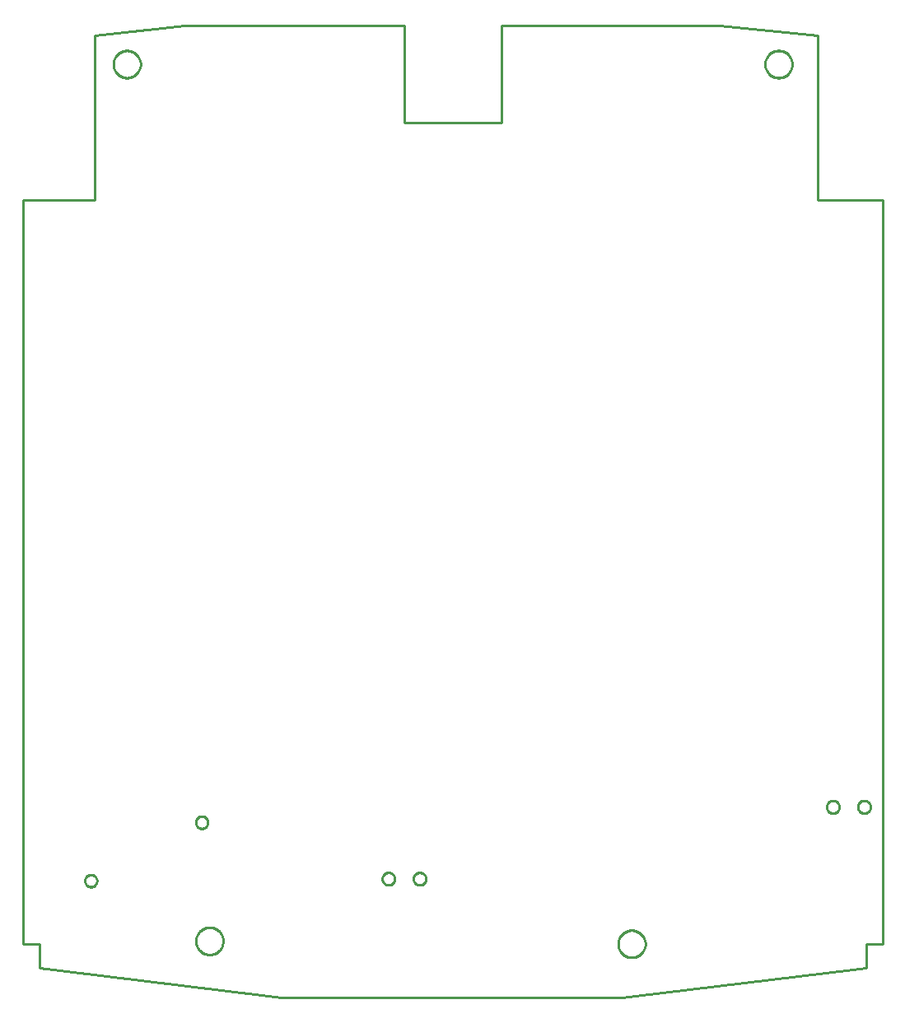
<source format=gbr>
G04 EAGLE Gerber X2 export*
%TF.Part,Single*%
%TF.FileFunction,Profile,NP*%
%TF.FilePolarity,Positive*%
%TF.GenerationSoftware,Autodesk,EAGLE,9.2.0*%
%TF.CreationDate,2018-10-30T13:39:26Z*%
G75*
%MOMM*%
%FSLAX34Y34*%
%LPD*%
%IN*%
%IPPOS*%
%AMOC8*
5,1,8,0,0,1.08239X$1,22.5*%
G01*
%ADD10C,0.254000*%


D10*
X-17000Y55000D02*
X0Y55000D01*
X0Y30000D01*
X249200Y0D01*
X599200Y0D01*
X850000Y30000D01*
X850000Y55000D01*
X867000Y55000D01*
X867000Y820000D01*
X800000Y820000D01*
X800000Y990000D01*
X699200Y1000000D01*
X475000Y1000000D01*
X475000Y900000D01*
X375000Y900000D01*
X375000Y1000000D01*
X149200Y1000000D01*
X57000Y990000D01*
X57000Y820000D01*
X-17000Y820000D01*
X-17000Y55000D01*
X104000Y959500D02*
X103929Y958503D01*
X103786Y957513D01*
X103574Y956536D01*
X103292Y955576D01*
X102943Y954639D01*
X102527Y953729D01*
X102048Y952852D01*
X101507Y952010D01*
X100908Y951210D01*
X100253Y950454D01*
X99546Y949747D01*
X98790Y949092D01*
X97990Y948493D01*
X97148Y947952D01*
X96271Y947473D01*
X95361Y947057D01*
X94424Y946708D01*
X93465Y946426D01*
X92487Y946214D01*
X91498Y946071D01*
X90500Y946000D01*
X89500Y946000D01*
X88503Y946071D01*
X87513Y946214D01*
X86536Y946426D01*
X85576Y946708D01*
X84639Y947057D01*
X83729Y947473D01*
X82852Y947952D01*
X82010Y948493D01*
X81210Y949092D01*
X80454Y949747D01*
X79747Y950454D01*
X79092Y951210D01*
X78493Y952010D01*
X77952Y952852D01*
X77473Y953729D01*
X77057Y954639D01*
X76708Y955576D01*
X76426Y956536D01*
X76214Y957513D01*
X76071Y958503D01*
X76000Y959500D01*
X76000Y960500D01*
X76071Y961498D01*
X76214Y962487D01*
X76426Y963465D01*
X76708Y964424D01*
X77057Y965361D01*
X77473Y966271D01*
X77952Y967148D01*
X78493Y967990D01*
X79092Y968790D01*
X79747Y969546D01*
X80454Y970253D01*
X81210Y970908D01*
X82010Y971507D01*
X82852Y972048D01*
X83729Y972527D01*
X84639Y972943D01*
X85576Y973292D01*
X86536Y973574D01*
X87513Y973786D01*
X88503Y973929D01*
X89500Y974000D01*
X90500Y974000D01*
X91498Y973929D01*
X92487Y973786D01*
X93465Y973574D01*
X94424Y973292D01*
X95361Y972943D01*
X96271Y972527D01*
X97148Y972048D01*
X97990Y971507D01*
X98790Y970908D01*
X99546Y970253D01*
X100253Y969546D01*
X100908Y968790D01*
X101507Y967990D01*
X102048Y967148D01*
X102527Y966271D01*
X102943Y965361D01*
X103292Y964424D01*
X103574Y963465D01*
X103786Y962487D01*
X103929Y961498D01*
X104000Y960500D01*
X104000Y959500D01*
X774000Y959500D02*
X773929Y958503D01*
X773786Y957513D01*
X773574Y956536D01*
X773292Y955576D01*
X772943Y954639D01*
X772527Y953729D01*
X772048Y952852D01*
X771507Y952010D01*
X770908Y951210D01*
X770253Y950454D01*
X769546Y949747D01*
X768790Y949092D01*
X767990Y948493D01*
X767148Y947952D01*
X766271Y947473D01*
X765361Y947057D01*
X764424Y946708D01*
X763465Y946426D01*
X762487Y946214D01*
X761498Y946071D01*
X760500Y946000D01*
X759500Y946000D01*
X758503Y946071D01*
X757513Y946214D01*
X756536Y946426D01*
X755576Y946708D01*
X754639Y947057D01*
X753729Y947473D01*
X752852Y947952D01*
X752010Y948493D01*
X751210Y949092D01*
X750454Y949747D01*
X749747Y950454D01*
X749092Y951210D01*
X748493Y952010D01*
X747952Y952852D01*
X747473Y953729D01*
X747057Y954639D01*
X746708Y955576D01*
X746426Y956536D01*
X746214Y957513D01*
X746071Y958503D01*
X746000Y959500D01*
X746000Y960500D01*
X746071Y961498D01*
X746214Y962487D01*
X746426Y963465D01*
X746708Y964424D01*
X747057Y965361D01*
X747473Y966271D01*
X747952Y967148D01*
X748493Y967990D01*
X749092Y968790D01*
X749747Y969546D01*
X750454Y970253D01*
X751210Y970908D01*
X752010Y971507D01*
X752852Y972048D01*
X753729Y972527D01*
X754639Y972943D01*
X755576Y973292D01*
X756536Y973574D01*
X757513Y973786D01*
X758503Y973929D01*
X759500Y974000D01*
X760500Y974000D01*
X761498Y973929D01*
X762487Y973786D01*
X763465Y973574D01*
X764424Y973292D01*
X765361Y972943D01*
X766271Y972527D01*
X767148Y972048D01*
X767990Y971507D01*
X768790Y970908D01*
X769546Y970253D01*
X770253Y969546D01*
X770908Y968790D01*
X771507Y967990D01*
X772048Y967148D01*
X772527Y966271D01*
X772943Y965361D01*
X773292Y964424D01*
X773574Y963465D01*
X773786Y962487D01*
X773929Y961498D01*
X774000Y960500D01*
X774000Y959500D01*
X623000Y54500D02*
X622929Y53503D01*
X622786Y52513D01*
X622574Y51536D01*
X622292Y50576D01*
X621943Y49639D01*
X621527Y48729D01*
X621048Y47852D01*
X620507Y47010D01*
X619908Y46210D01*
X619253Y45454D01*
X618546Y44747D01*
X617790Y44092D01*
X616990Y43493D01*
X616148Y42952D01*
X615271Y42473D01*
X614361Y42057D01*
X613424Y41708D01*
X612465Y41426D01*
X611487Y41214D01*
X610498Y41071D01*
X609500Y41000D01*
X608500Y41000D01*
X607503Y41071D01*
X606513Y41214D01*
X605536Y41426D01*
X604576Y41708D01*
X603639Y42057D01*
X602729Y42473D01*
X601852Y42952D01*
X601010Y43493D01*
X600210Y44092D01*
X599454Y44747D01*
X598747Y45454D01*
X598092Y46210D01*
X597493Y47010D01*
X596952Y47852D01*
X596473Y48729D01*
X596057Y49639D01*
X595708Y50576D01*
X595426Y51536D01*
X595214Y52513D01*
X595071Y53503D01*
X595000Y54500D01*
X595000Y55500D01*
X595071Y56498D01*
X595214Y57487D01*
X595426Y58465D01*
X595708Y59424D01*
X596057Y60361D01*
X596473Y61271D01*
X596952Y62148D01*
X597493Y62990D01*
X598092Y63790D01*
X598747Y64546D01*
X599454Y65253D01*
X600210Y65908D01*
X601010Y66507D01*
X601852Y67048D01*
X602729Y67527D01*
X603639Y67943D01*
X604576Y68292D01*
X605536Y68574D01*
X606513Y68786D01*
X607503Y68929D01*
X608500Y69000D01*
X609500Y69000D01*
X610498Y68929D01*
X611487Y68786D01*
X612465Y68574D01*
X613424Y68292D01*
X614361Y67943D01*
X615271Y67527D01*
X616148Y67048D01*
X616990Y66507D01*
X617790Y65908D01*
X618546Y65253D01*
X619253Y64546D01*
X619908Y63790D01*
X620507Y62990D01*
X621048Y62148D01*
X621527Y61271D01*
X621943Y60361D01*
X622292Y59424D01*
X622574Y58465D01*
X622786Y57487D01*
X622929Y56498D01*
X623000Y55500D01*
X623000Y54500D01*
X189000Y57500D02*
X188929Y56503D01*
X188786Y55513D01*
X188574Y54536D01*
X188292Y53576D01*
X187943Y52639D01*
X187527Y51729D01*
X187048Y50852D01*
X186507Y50010D01*
X185908Y49210D01*
X185253Y48454D01*
X184546Y47747D01*
X183790Y47092D01*
X182990Y46493D01*
X182148Y45952D01*
X181271Y45473D01*
X180361Y45057D01*
X179424Y44708D01*
X178465Y44426D01*
X177487Y44214D01*
X176498Y44071D01*
X175500Y44000D01*
X174500Y44000D01*
X173503Y44071D01*
X172513Y44214D01*
X171536Y44426D01*
X170576Y44708D01*
X169639Y45057D01*
X168729Y45473D01*
X167852Y45952D01*
X167010Y46493D01*
X166210Y47092D01*
X165454Y47747D01*
X164747Y48454D01*
X164092Y49210D01*
X163493Y50010D01*
X162952Y50852D01*
X162473Y51729D01*
X162057Y52639D01*
X161708Y53576D01*
X161426Y54536D01*
X161214Y55513D01*
X161071Y56503D01*
X161000Y57500D01*
X161000Y58500D01*
X161071Y59498D01*
X161214Y60487D01*
X161426Y61465D01*
X161708Y62424D01*
X162057Y63361D01*
X162473Y64271D01*
X162952Y65148D01*
X163493Y65990D01*
X164092Y66790D01*
X164747Y67546D01*
X165454Y68253D01*
X166210Y68908D01*
X167010Y69507D01*
X167852Y70048D01*
X168729Y70527D01*
X169639Y70943D01*
X170576Y71292D01*
X171536Y71574D01*
X172513Y71786D01*
X173503Y71929D01*
X174500Y72000D01*
X175500Y72000D01*
X176498Y71929D01*
X177487Y71786D01*
X178465Y71574D01*
X179424Y71292D01*
X180361Y70943D01*
X181271Y70527D01*
X182148Y70048D01*
X182990Y69507D01*
X183790Y68908D01*
X184546Y68253D01*
X185253Y67546D01*
X185908Y66790D01*
X186507Y65990D01*
X187048Y65148D01*
X187527Y64271D01*
X187943Y63361D01*
X188292Y62424D01*
X188574Y61465D01*
X188786Y60487D01*
X188929Y59498D01*
X189000Y58500D01*
X189000Y57500D01*
X365500Y121681D02*
X365437Y121045D01*
X365313Y120419D01*
X365127Y119808D01*
X364883Y119218D01*
X364582Y118654D01*
X364227Y118123D01*
X363822Y117630D01*
X363370Y117178D01*
X362877Y116773D01*
X362346Y116418D01*
X361782Y116117D01*
X361192Y115873D01*
X360581Y115687D01*
X359955Y115563D01*
X359319Y115500D01*
X358681Y115500D01*
X358045Y115563D01*
X357419Y115687D01*
X356808Y115873D01*
X356218Y116117D01*
X355654Y116418D01*
X355123Y116773D01*
X354630Y117178D01*
X354178Y117630D01*
X353773Y118123D01*
X353418Y118654D01*
X353117Y119218D01*
X352873Y119808D01*
X352687Y120419D01*
X352563Y121045D01*
X352500Y121681D01*
X352500Y122319D01*
X352563Y122955D01*
X352687Y123581D01*
X352873Y124192D01*
X353117Y124782D01*
X353418Y125346D01*
X353773Y125877D01*
X354178Y126370D01*
X354630Y126822D01*
X355123Y127227D01*
X355654Y127582D01*
X356218Y127883D01*
X356808Y128127D01*
X357419Y128313D01*
X358045Y128437D01*
X358681Y128500D01*
X359319Y128500D01*
X359955Y128437D01*
X360581Y128313D01*
X361192Y128127D01*
X361782Y127883D01*
X362346Y127582D01*
X362877Y127227D01*
X363370Y126822D01*
X363822Y126370D01*
X364227Y125877D01*
X364582Y125346D01*
X364883Y124782D01*
X365127Y124192D01*
X365313Y123581D01*
X365437Y122955D01*
X365500Y122319D01*
X365500Y121681D01*
X397500Y121681D02*
X397437Y121045D01*
X397313Y120419D01*
X397127Y119808D01*
X396883Y119218D01*
X396582Y118654D01*
X396227Y118123D01*
X395822Y117630D01*
X395370Y117178D01*
X394877Y116773D01*
X394346Y116418D01*
X393782Y116117D01*
X393192Y115873D01*
X392581Y115687D01*
X391955Y115563D01*
X391319Y115500D01*
X390681Y115500D01*
X390045Y115563D01*
X389419Y115687D01*
X388808Y115873D01*
X388218Y116117D01*
X387654Y116418D01*
X387123Y116773D01*
X386630Y117178D01*
X386178Y117630D01*
X385773Y118123D01*
X385418Y118654D01*
X385117Y119218D01*
X384873Y119808D01*
X384687Y120419D01*
X384563Y121045D01*
X384500Y121681D01*
X384500Y122319D01*
X384563Y122955D01*
X384687Y123581D01*
X384873Y124192D01*
X385117Y124782D01*
X385418Y125346D01*
X385773Y125877D01*
X386178Y126370D01*
X386630Y126822D01*
X387123Y127227D01*
X387654Y127582D01*
X388218Y127883D01*
X388808Y128127D01*
X389419Y128313D01*
X390045Y128437D01*
X390681Y128500D01*
X391319Y128500D01*
X391955Y128437D01*
X392581Y128313D01*
X393192Y128127D01*
X393782Y127883D01*
X394346Y127582D01*
X394877Y127227D01*
X395370Y126822D01*
X395822Y126370D01*
X396227Y125877D01*
X396582Y125346D01*
X396883Y124782D01*
X397127Y124192D01*
X397313Y123581D01*
X397437Y122955D01*
X397500Y122319D01*
X397500Y121681D01*
X822500Y195681D02*
X822437Y195045D01*
X822313Y194419D01*
X822127Y193808D01*
X821883Y193218D01*
X821582Y192654D01*
X821227Y192123D01*
X820822Y191630D01*
X820370Y191178D01*
X819877Y190773D01*
X819346Y190418D01*
X818782Y190117D01*
X818192Y189873D01*
X817581Y189687D01*
X816955Y189563D01*
X816319Y189500D01*
X815681Y189500D01*
X815045Y189563D01*
X814419Y189687D01*
X813808Y189873D01*
X813218Y190117D01*
X812654Y190418D01*
X812123Y190773D01*
X811630Y191178D01*
X811178Y191630D01*
X810773Y192123D01*
X810418Y192654D01*
X810117Y193218D01*
X809873Y193808D01*
X809687Y194419D01*
X809563Y195045D01*
X809500Y195681D01*
X809500Y196319D01*
X809563Y196955D01*
X809687Y197581D01*
X809873Y198192D01*
X810117Y198782D01*
X810418Y199346D01*
X810773Y199877D01*
X811178Y200370D01*
X811630Y200822D01*
X812123Y201227D01*
X812654Y201582D01*
X813218Y201883D01*
X813808Y202127D01*
X814419Y202313D01*
X815045Y202437D01*
X815681Y202500D01*
X816319Y202500D01*
X816955Y202437D01*
X817581Y202313D01*
X818192Y202127D01*
X818782Y201883D01*
X819346Y201582D01*
X819877Y201227D01*
X820370Y200822D01*
X820822Y200370D01*
X821227Y199877D01*
X821582Y199346D01*
X821883Y198782D01*
X822127Y198192D01*
X822313Y197581D01*
X822437Y196955D01*
X822500Y196319D01*
X822500Y195681D01*
X854500Y195681D02*
X854437Y195045D01*
X854313Y194419D01*
X854127Y193808D01*
X853883Y193218D01*
X853582Y192654D01*
X853227Y192123D01*
X852822Y191630D01*
X852370Y191178D01*
X851877Y190773D01*
X851346Y190418D01*
X850782Y190117D01*
X850192Y189873D01*
X849581Y189687D01*
X848955Y189563D01*
X848319Y189500D01*
X847681Y189500D01*
X847045Y189563D01*
X846419Y189687D01*
X845808Y189873D01*
X845218Y190117D01*
X844654Y190418D01*
X844123Y190773D01*
X843630Y191178D01*
X843178Y191630D01*
X842773Y192123D01*
X842418Y192654D01*
X842117Y193218D01*
X841873Y193808D01*
X841687Y194419D01*
X841563Y195045D01*
X841500Y195681D01*
X841500Y196319D01*
X841563Y196955D01*
X841687Y197581D01*
X841873Y198192D01*
X842117Y198782D01*
X842418Y199346D01*
X842773Y199877D01*
X843178Y200370D01*
X843630Y200822D01*
X844123Y201227D01*
X844654Y201582D01*
X845218Y201883D01*
X845808Y202127D01*
X846419Y202313D01*
X847045Y202437D01*
X847681Y202500D01*
X848319Y202500D01*
X848955Y202437D01*
X849581Y202313D01*
X850192Y202127D01*
X850782Y201883D01*
X851346Y201582D01*
X851877Y201227D01*
X852370Y200822D01*
X852822Y200370D01*
X853227Y199877D01*
X853582Y199346D01*
X853883Y198782D01*
X854127Y198192D01*
X854313Y197581D01*
X854437Y196955D01*
X854500Y196319D01*
X854500Y195681D01*
X59250Y119649D02*
X59171Y118951D01*
X59015Y118267D01*
X58783Y117604D01*
X58479Y116972D01*
X58105Y116378D01*
X57668Y115829D01*
X57171Y115332D01*
X56622Y114895D01*
X56028Y114521D01*
X55396Y114217D01*
X54733Y113985D01*
X54049Y113829D01*
X53351Y113750D01*
X52649Y113750D01*
X51951Y113829D01*
X51267Y113985D01*
X50604Y114217D01*
X49972Y114521D01*
X49378Y114895D01*
X48829Y115332D01*
X48332Y115829D01*
X47895Y116378D01*
X47521Y116972D01*
X47217Y117604D01*
X46985Y118267D01*
X46829Y118951D01*
X46750Y119649D01*
X46750Y120351D01*
X46829Y121049D01*
X46985Y121733D01*
X47217Y122396D01*
X47521Y123028D01*
X47895Y123622D01*
X48332Y124171D01*
X48829Y124668D01*
X49378Y125105D01*
X49972Y125479D01*
X50604Y125783D01*
X51267Y126015D01*
X51951Y126171D01*
X52649Y126250D01*
X53351Y126250D01*
X54049Y126171D01*
X54733Y126015D01*
X55396Y125783D01*
X56028Y125479D01*
X56622Y125105D01*
X57171Y124668D01*
X57668Y124171D01*
X58105Y123622D01*
X58479Y123028D01*
X58783Y122396D01*
X59015Y121733D01*
X59171Y121049D01*
X59250Y120351D01*
X59250Y119649D01*
X173250Y179649D02*
X173171Y178951D01*
X173015Y178267D01*
X172783Y177604D01*
X172479Y176972D01*
X172105Y176378D01*
X171668Y175829D01*
X171171Y175332D01*
X170622Y174895D01*
X170028Y174521D01*
X169396Y174217D01*
X168733Y173985D01*
X168049Y173829D01*
X167351Y173750D01*
X166649Y173750D01*
X165951Y173829D01*
X165267Y173985D01*
X164604Y174217D01*
X163972Y174521D01*
X163378Y174895D01*
X162829Y175332D01*
X162332Y175829D01*
X161895Y176378D01*
X161521Y176972D01*
X161217Y177604D01*
X160985Y178267D01*
X160829Y178951D01*
X160750Y179649D01*
X160750Y180351D01*
X160829Y181049D01*
X160985Y181733D01*
X161217Y182396D01*
X161521Y183028D01*
X161895Y183622D01*
X162332Y184171D01*
X162829Y184668D01*
X163378Y185105D01*
X163972Y185479D01*
X164604Y185783D01*
X165267Y186015D01*
X165951Y186171D01*
X166649Y186250D01*
X167351Y186250D01*
X168049Y186171D01*
X168733Y186015D01*
X169396Y185783D01*
X170028Y185479D01*
X170622Y185105D01*
X171171Y184668D01*
X171668Y184171D01*
X172105Y183622D01*
X172479Y183028D01*
X172783Y182396D01*
X173015Y181733D01*
X173171Y181049D01*
X173250Y180351D01*
X173250Y179649D01*
M02*

</source>
